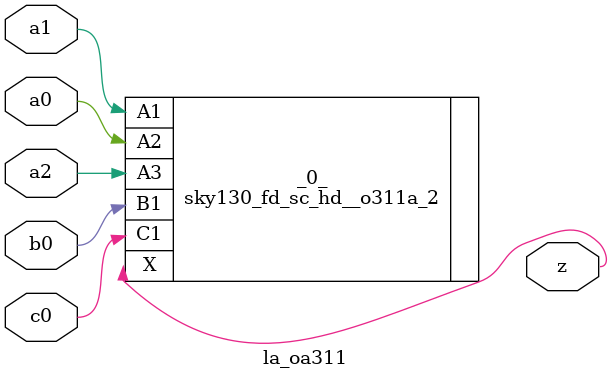
<source format=v>

module la_oa311(a0, a1, a2, b0, c0, z);
  input a0;
  input a1;
  input a2;
  input b0;
  input c0;
  output z;
  sky130_fd_sc_hd__o311a_2 _0_ (
    .A1(a1),
    .A2(a0),
    .A3(a2),
    .B1(b0),
    .C1(c0),
    .X(z)
  );
endmodule

</source>
